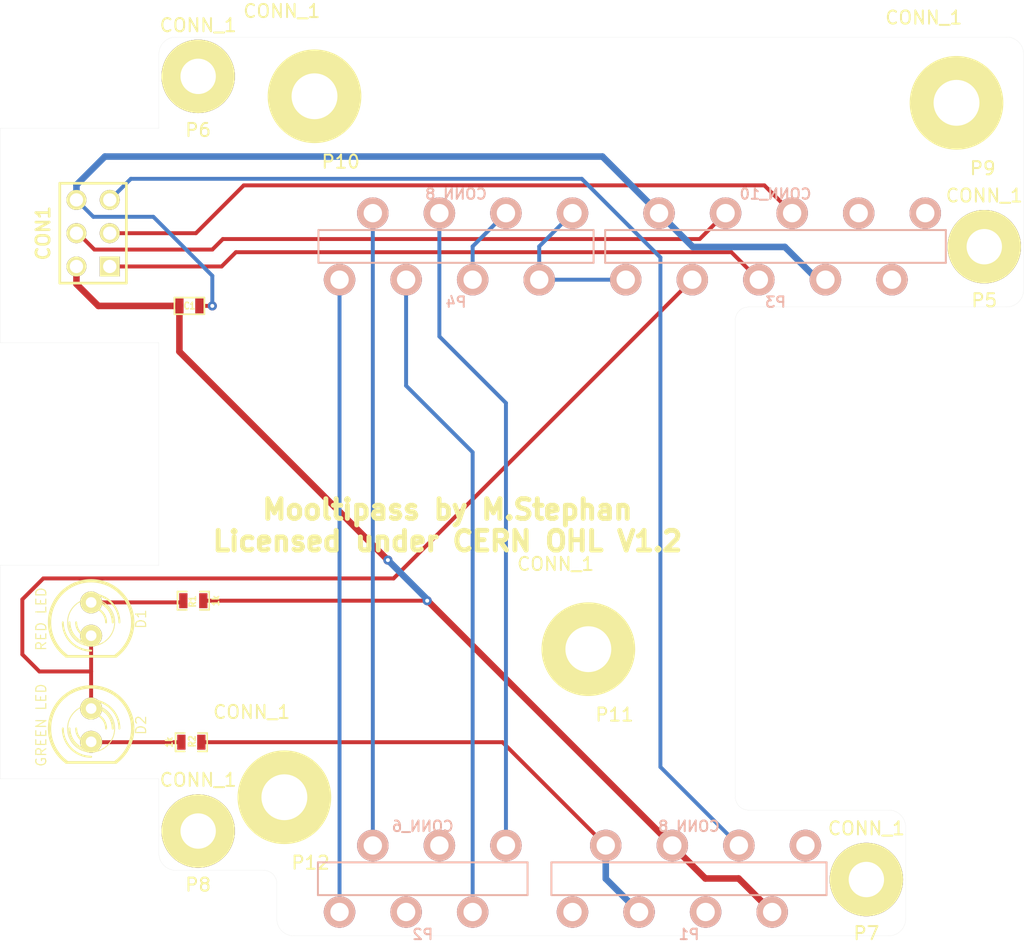
<source format=kicad_pcb>
(kicad_pcb (version 3) (host pcbnew "(2013-07-07 BZR 4022)-stable")

  (general
    (links 27)
    (no_connects 3)
    (area 94.994999 68.774998 173.125001 137.385)
    (thickness 1.6)
    (drawings 77)
    (tracks 77)
    (zones 0)
    (modules 18)
    (nets 16)
  )

  (page A4)
  (title_block 
    (title Mooltipass)
    (rev 1.0)
  )

  (layers
    (15 Top.Cu signal)
    (0 Bottom.Cu signal)
    (16 Dessous.Adhes user)
    (17 Dessus.Adhes user)
    (18 Dessous.Pate user)
    (19 Dessus.Pate user)
    (20 Dessous.SilkS user)
    (21 Dessus.SilkS user)
    (22 Dessous.Masque user)
    (23 Dessus.Masque user)
    (24 Dessin.User user)
    (25 Cmts.User user)
    (26 Eco1.User user)
    (27 Eco2.User user)
    (28 Contours.Ci user)
  )

  (setup
    (last_trace_width 0.19)
    (user_trace_width 0.2)
    (user_trace_width 0.3)
    (user_trace_width 0.4)
    (user_trace_width 0.5)
    (user_trace_width 0.7)
    (user_trace_width 1)
    (user_trace_width 2)
    (trace_clearance 0.19)
    (zone_clearance 0.22)
    (zone_45_only no)
    (trace_min 0.19)
    (segment_width 0.01)
    (edge_width 0.01)
    (via_size 0.7)
    (via_drill 0.3)
    (via_min_size 0.7)
    (via_min_drill 0.3)
    (uvia_size 0.508)
    (uvia_drill 0.127)
    (uvias_allowed no)
    (uvia_min_size 0.508)
    (uvia_min_drill 0.127)
    (pcb_text_width 0.3)
    (pcb_text_size 1.5 1.5)
    (mod_edge_width 0.15)
    (mod_text_size 0.8 0.8)
    (mod_text_width 0.15)
    (pad_size 2.4 2.4)
    (pad_drill 1.4)
    (pad_to_mask_clearance 0.15)
    (solder_mask_min_width 0.2)
    (aux_axis_origin 0 0)
    (visible_elements 7FFF7BFF)
    (pcbplotparams
      (layerselection 284196865)
      (usegerberextensions true)
      (excludeedgelayer false)
      (linewidth 0.150000)
      (plotframeref false)
      (viasonmask false)
      (mode 1)
      (useauxorigin false)
      (hpglpennumber 1)
      (hpglpenspeed 20)
      (hpglpendiameter 15)
      (hpglpenoverlay 2)
      (psnegative false)
      (psa4output false)
      (plotreference true)
      (plotvalue false)
      (plotothertext false)
      (plotinvisibletext false)
      (padsonsilk false)
      (subtractmaskfromsilk false)
      (outputformat 1)
      (mirror false)
      (drillshape 0)
      (scaleselection 1)
      (outputdirectory gerbers/))
  )

  (net 0 "")
  (net 1 +5V)
  (net 2 /I2C_SCL)
  (net 3 /I2C_SDA)
  (net 4 /PB4)
  (net 5 /PB6)
  (net 6 /PC6)
  (net 7 /PD2)
  (net 8 /PD3)
  (net 9 /SPI_MISO)
  (net 10 /SPI_MOSI)
  (net 11 /SPI_SCK)
  (net 12 /nRESET)
  (net 13 GND)
  (net 14 N-000002)
  (net 15 N-000003)

  (net_class Default "This is the default net class."
    (clearance 0.19)
    (trace_width 0.19)
    (via_dia 0.7)
    (via_drill 0.3)
    (uvia_dia 0.508)
    (uvia_drill 0.127)
    (add_net "")
    (add_net +5V)
    (add_net /I2C_SCL)
    (add_net /I2C_SDA)
    (add_net /PB4)
    (add_net /PB6)
    (add_net /PC6)
    (add_net /PD2)
    (add_net /PD3)
    (add_net /SPI_MISO)
    (add_net /SPI_MOSI)
    (add_net /SPI_SCK)
    (add_net /nRESET)
    (add_net GND)
    (add_net N-000002)
    (add_net N-000003)
  )

  (module HOLE_FIX_M2.5_SMALL (layer Top.Cu) (tedit 54E09A14) (tstamp 5301CFE6)
    (at 110.12 129.38)
    (path /54F1F631)
    (fp_text reference P8 (at 0 4.1) (layer Dessus.SilkS)
      (effects (font (size 1 1) (thickness 0.15)))
    )
    (fp_text value CONN_1 (at 0 -3.9) (layer Dessus.SilkS)
      (effects (font (size 1 1) (thickness 0.15)))
    )
    (fp_circle (center 0 0) (end 2.5 0) (layer Dessus.SilkS) (width 0.15))
    (pad 1 thru_hole circle (at 0 0) (size 5.6 5.6) (drill 2.7)
      (layers *.Cu *.Mask Dessus.SilkS)
    )
  )

  (module HOLE_FIX_M2.5_SMALL (layer Top.Cu) (tedit 54E09A14) (tstamp 5301E3D6)
    (at 161.12 133.08)
    (path /54F1F62B)
    (fp_text reference P7 (at 0 4.1) (layer Dessus.SilkS)
      (effects (font (size 1 1) (thickness 0.15)))
    )
    (fp_text value CONN_1 (at 0 -3.9) (layer Dessus.SilkS)
      (effects (font (size 1 1) (thickness 0.15)))
    )
    (fp_circle (center 0 0) (end 2.5 0) (layer Dessus.SilkS) (width 0.15))
    (pad 1 thru_hole circle (at 0 0) (size 5.6 5.6) (drill 2.7)
      (layers *.Cu *.Mask Dessus.SilkS)
    )
  )

  (module HOLE_FIX_M2.5_SMALL   locked (layer Top.Cu) (tedit 54E09A14) (tstamp 5301CFDA)
    (at 110.12 71.78)
    (path /54F1F61E)
    (fp_text reference P6 (at 0 4.1) (layer Dessus.SilkS)
      (effects (font (size 1 1) (thickness 0.15)))
    )
    (fp_text value CONN_1 (at 0 -3.9) (layer Dessus.SilkS)
      (effects (font (size 1 1) (thickness 0.15)))
    )
    (fp_circle (center 0 0) (end 2.5 0) (layer Dessus.SilkS) (width 0.15))
    (pad 1 thru_hole circle (at 0 0) (size 5.6 5.6) (drill 2.7)
      (layers *.Cu *.Mask Dessus.SilkS)
    )
  )

  (module HOLE_FIX_M2.5_SMALL   locked (layer Top.Cu) (tedit 54E09A14) (tstamp 5301CFD4)
    (at 170.12 84.78)
    (path /54F1F637)
    (fp_text reference P5 (at 0 4.1) (layer Dessus.SilkS)
      (effects (font (size 1 1) (thickness 0.15)))
    )
    (fp_text value CONN_1 (at 0 -3.9) (layer Dessus.SilkS)
      (effects (font (size 1 1) (thickness 0.15)))
    )
    (fp_circle (center 0 0) (end 2.5 0) (layer Dessus.SilkS) (width 0.15))
    (pad 1 thru_hole circle (at 0 0) (size 5.6 5.6) (drill 2.7)
      (layers *.Cu *.Mask Dessus.SilkS)
    )
  )

  (module SM0603_Resistor (layer Top.Cu) (tedit 5051B21B) (tstamp 530133CA)
    (at 109.75 111.8 180)
    (path /54F1EABD)
    (attr smd)
    (fp_text reference R1 (at 0.0635 -0.0635 270) (layer Dessus.SilkS)
      (effects (font (size 0.50038 0.4572) (thickness 0.1143)))
    )
    (fp_text value 1k (at -1.69926 0 270) (layer Dessus.SilkS)
      (effects (font (size 0.508 0.4572) (thickness 0.1143)))
    )
    (fp_line (start -0.50038 -0.6985) (end -1.2065 -0.6985) (layer Dessus.SilkS) (width 0.127))
    (fp_line (start -1.2065 -0.6985) (end -1.2065 0.6985) (layer Dessus.SilkS) (width 0.127))
    (fp_line (start -1.2065 0.6985) (end -0.50038 0.6985) (layer Dessus.SilkS) (width 0.127))
    (fp_line (start 1.2065 -0.6985) (end 0.50038 -0.6985) (layer Dessus.SilkS) (width 0.127))
    (fp_line (start 1.2065 -0.6985) (end 1.2065 0.6985) (layer Dessus.SilkS) (width 0.127))
    (fp_line (start 1.2065 0.6985) (end 0.50038 0.6985) (layer Dessus.SilkS) (width 0.127))
    (pad 1 smd rect (at -0.762 0 180) (size 0.635 1.143)
      (layers Top.Cu Dessus.Pate Dessus.Masque)
      (net 1 +5V)
    )
    (pad 2 smd rect (at 0.762 0 180) (size 0.635 1.143)
      (layers Top.Cu Dessus.Pate Dessus.Masque)
      (net 14 N-000002)
    )
    (model smd\resistors\R0603.wrl
      (at (xyz 0 0 0.001))
      (scale (xyz 0.5 0.5 0.5))
      (rotate (xyz 0 0 0))
    )
  )

  (module SM0603_Resistor (layer Top.Cu) (tedit 5051B21B) (tstamp 52EAC9FD)
    (at 109.6 122.6)
    (path /54F1EB36)
    (attr smd)
    (fp_text reference R2 (at 0.0635 -0.0635 90) (layer Dessus.SilkS)
      (effects (font (size 0.50038 0.4572) (thickness 0.1143)))
    )
    (fp_text value 1k (at -1.69926 0 90) (layer Dessus.SilkS)
      (effects (font (size 0.508 0.4572) (thickness 0.1143)))
    )
    (fp_line (start -0.50038 -0.6985) (end -1.2065 -0.6985) (layer Dessus.SilkS) (width 0.127))
    (fp_line (start -1.2065 -0.6985) (end -1.2065 0.6985) (layer Dessus.SilkS) (width 0.127))
    (fp_line (start -1.2065 0.6985) (end -0.50038 0.6985) (layer Dessus.SilkS) (width 0.127))
    (fp_line (start 1.2065 -0.6985) (end 0.50038 -0.6985) (layer Dessus.SilkS) (width 0.127))
    (fp_line (start 1.2065 -0.6985) (end 1.2065 0.6985) (layer Dessus.SilkS) (width 0.127))
    (fp_line (start 1.2065 0.6985) (end 0.50038 0.6985) (layer Dessus.SilkS) (width 0.127))
    (pad 1 smd rect (at -0.762 0) (size 0.635 1.143)
      (layers Top.Cu Dessus.Pate Dessus.Masque)
      (net 15 N-000003)
    )
    (pad 2 smd rect (at 0.762 0) (size 0.635 1.143)
      (layers Top.Cu Dessus.Pate Dessus.Masque)
      (net 13 GND)
    )
    (model smd\resistors\R0603.wrl
      (at (xyz 0 0 0.001))
      (scale (xyz 0.5 0.5 0.5))
      (rotate (xyz 0 0 0))
    )
  )

  (module LED-5MM (layer Top.Cu) (tedit 50ADE86B) (tstamp 54F1EE42)
    (at 101.95 121.3 270)
    (descr "LED 5mm - Lead pitch 100mil (2,54mm)")
    (tags "LED led 5mm 5MM 100mil 2,54mm")
    (path /54F1EB1B)
    (fp_text reference D2 (at 0 -3.81 270) (layer Dessus.SilkS)
      (effects (font (size 0.762 0.762) (thickness 0.0889)))
    )
    (fp_text value "GREEN LED" (at 0 3.81 270) (layer Dessus.SilkS)
      (effects (font (size 0.762 0.762) (thickness 0.0889)))
    )
    (fp_line (start 2.8448 1.905) (end 2.8448 -1.905) (layer Dessus.SilkS) (width 0.2032))
    (fp_circle (center 0.254 0) (end -1.016 1.27) (layer Dessus.SilkS) (width 0.0762))
    (fp_arc (start 0.254 0) (end 2.794 1.905) (angle 286.2) (layer Dessus.SilkS) (width 0.254))
    (fp_arc (start 0.254 0) (end -0.889 0) (angle 90) (layer Dessus.SilkS) (width 0.1524))
    (fp_arc (start 0.254 0) (end 1.397 0) (angle 90) (layer Dessus.SilkS) (width 0.1524))
    (fp_arc (start 0.254 0) (end -1.397 0) (angle 90) (layer Dessus.SilkS) (width 0.1524))
    (fp_arc (start 0.254 0) (end 1.905 0) (angle 90) (layer Dessus.SilkS) (width 0.1524))
    (fp_arc (start 0.254 0) (end -1.905 0) (angle 90) (layer Dessus.SilkS) (width 0.1524))
    (fp_arc (start 0.254 0) (end 2.413 0) (angle 90) (layer Dessus.SilkS) (width 0.1524))
    (pad 1 thru_hole circle (at -1.27 0 270) (size 1.6764 1.6764) (drill 0.8128)
      (layers *.Cu *.Mask Dessus.SilkS)
      (net 5 /PB6)
    )
    (pad 2 thru_hole circle (at 1.27 0 270) (size 1.6764 1.6764) (drill 0.8128)
      (layers *.Cu *.Mask Dessus.SilkS)
      (net 15 N-000003)
    )
    (model discret/leds/led5_vertical_verde.wrl
      (at (xyz 0 0 0))
      (scale (xyz 1 1 1))
      (rotate (xyz 0 0 0))
    )
  )

  (module LED-5MM (layer Top.Cu) (tedit 50ADE86B) (tstamp 52EAC945)
    (at 101.95 113.2 270)
    (descr "LED 5mm - Lead pitch 100mil (2,54mm)")
    (tags "LED led 5mm 5MM 100mil 2,54mm")
    (path /54F1EB0E)
    (fp_text reference D1 (at 0 -3.81 270) (layer Dessus.SilkS)
      (effects (font (size 0.762 0.762) (thickness 0.0889)))
    )
    (fp_text value "RED LED" (at 0 3.81 270) (layer Dessus.SilkS)
      (effects (font (size 0.762 0.762) (thickness 0.0889)))
    )
    (fp_line (start 2.8448 1.905) (end 2.8448 -1.905) (layer Dessus.SilkS) (width 0.2032))
    (fp_circle (center 0.254 0) (end -1.016 1.27) (layer Dessus.SilkS) (width 0.0762))
    (fp_arc (start 0.254 0) (end 2.794 1.905) (angle 286.2) (layer Dessus.SilkS) (width 0.254))
    (fp_arc (start 0.254 0) (end -0.889 0) (angle 90) (layer Dessus.SilkS) (width 0.1524))
    (fp_arc (start 0.254 0) (end 1.397 0) (angle 90) (layer Dessus.SilkS) (width 0.1524))
    (fp_arc (start 0.254 0) (end -1.397 0) (angle 90) (layer Dessus.SilkS) (width 0.1524))
    (fp_arc (start 0.254 0) (end 1.905 0) (angle 90) (layer Dessus.SilkS) (width 0.1524))
    (fp_arc (start 0.254 0) (end -1.905 0) (angle 90) (layer Dessus.SilkS) (width 0.1524))
    (fp_arc (start 0.254 0) (end 2.413 0) (angle 90) (layer Dessus.SilkS) (width 0.1524))
    (pad 1 thru_hole circle (at -1.27 0 270) (size 1.6764 1.6764) (drill 0.8128)
      (layers *.Cu *.Mask Dessus.SilkS)
      (net 14 N-000002)
    )
    (pad 2 thru_hole circle (at 1.27 0 270) (size 1.6764 1.6764) (drill 0.8128)
      (layers *.Cu *.Mask Dessus.SilkS)
      (net 5 /PB6)
    )
    (model discret/leds/led5_vertical_verde.wrl
      (at (xyz 0 0 0))
      (scale (xyz 1 1 1))
      (rotate (xyz 0 0 0))
    )
  )

  (module SM0603 (layer Top.Cu) (tedit 4E43A3D1) (tstamp 52EAC9A9)
    (at 109.45 89.3)
    (path /54F1F4BD)
    (attr smd)
    (fp_text reference C1 (at 0 0) (layer Dessus.SilkS)
      (effects (font (size 0.508 0.4572) (thickness 0.1143)))
    )
    (fp_text value 100nF (at 0 0) (layer Dessus.SilkS) hide
      (effects (font (size 0.508 0.4572) (thickness 0.1143)))
    )
    (fp_line (start -1.143 -0.635) (end 1.143 -0.635) (layer Dessus.SilkS) (width 0.127))
    (fp_line (start 1.143 -0.635) (end 1.143 0.635) (layer Dessus.SilkS) (width 0.127))
    (fp_line (start 1.143 0.635) (end -1.143 0.635) (layer Dessus.SilkS) (width 0.127))
    (fp_line (start -1.143 0.635) (end -1.143 -0.635) (layer Dessus.SilkS) (width 0.127))
    (pad 1 smd rect (at -0.762 0) (size 0.635 1.143)
      (layers Top.Cu Dessus.Pate Dessus.Masque)
      (net 1 +5V)
    )
    (pad 2 smd rect (at 0.762 0) (size 0.635 1.143)
      (layers Top.Cu Dessus.Pate Dessus.Masque)
      (net 13 GND)
    )
    (model smd\resistors\R0603.wrl
      (at (xyz 0 0 0.001))
      (scale (xyz 0.5 0.5 0.5))
      (rotate (xyz 0 0 0))
    )
  )

  (module pin_array_3x2 (layer Top.Cu) (tedit 42931587) (tstamp 54F20EA7)
    (at 102.1 83.75 90)
    (descr "Double rangee de contacts 2 x 4 pins")
    (tags CONN)
    (path /54F1DFE0)
    (fp_text reference CON1 (at 0 -3.81 90) (layer Dessus.SilkS)
      (effects (font (size 1.016 1.016) (thickness 0.2032)))
    )
    (fp_text value AVR-ISP-6 (at 0 3.81 90) (layer Dessus.SilkS) hide
      (effects (font (size 1.016 1.016) (thickness 0.2032)))
    )
    (fp_line (start 3.81 2.54) (end -3.81 2.54) (layer Dessus.SilkS) (width 0.2032))
    (fp_line (start -3.81 -2.54) (end 3.81 -2.54) (layer Dessus.SilkS) (width 0.2032))
    (fp_line (start 3.81 -2.54) (end 3.81 2.54) (layer Dessus.SilkS) (width 0.2032))
    (fp_line (start -3.81 2.54) (end -3.81 -2.54) (layer Dessus.SilkS) (width 0.2032))
    (pad 1 thru_hole rect (at -2.54 1.27 90) (size 1.524 1.524) (drill 1.016)
      (layers *.Cu *.Mask Dessus.SilkS)
      (net 9 /SPI_MISO)
    )
    (pad 2 thru_hole circle (at -2.54 -1.27 90) (size 1.524 1.524) (drill 1.016)
      (layers *.Cu *.Mask Dessus.SilkS)
      (net 1 +5V)
    )
    (pad 3 thru_hole circle (at 0 1.27 90) (size 1.524 1.524) (drill 1.016)
      (layers *.Cu *.Mask Dessus.SilkS)
      (net 11 /SPI_SCK)
    )
    (pad 4 thru_hole circle (at 0 -1.27 90) (size 1.524 1.524) (drill 1.016)
      (layers *.Cu *.Mask Dessus.SilkS)
      (net 10 /SPI_MOSI)
    )
    (pad 5 thru_hole circle (at 2.54 1.27 90) (size 1.524 1.524) (drill 1.016)
      (layers *.Cu *.Mask Dessus.SilkS)
      (net 12 /nRESET)
    )
    (pad 6 thru_hole circle (at 2.54 -1.27 90) (size 1.524 1.524) (drill 1.016)
      (layers *.Cu *.Mask Dessus.SilkS)
      (net 13 GND)
    )
    (model pin_array/pins_array_3x2.wrl
      (at (xyz 0 0 0))
      (scale (xyz 1 1 1))
      (rotate (xyz 0 0 0))
    )
  )

  (module CON_8_THROUGH_POGO   locked (layer Bottom.Cu) (tedit 54F20169) (tstamp 52EACB44)
    (at 147.58 133.02 180)
    (path /53010982)
    (fp_text reference P1 (at 0 -4.25 180) (layer Dessous.SilkS)
      (effects (font (size 0.8 0.8) (thickness 0.15)) (justify mirror))
    )
    (fp_text value CONN_8 (at 0 4 180) (layer Dessous.SilkS)
      (effects (font (size 0.8 0.8) (thickness 0.15)) (justify mirror))
    )
    (fp_line (start -10.5 1.25) (end 10.5 1.25) (layer Dessous.SilkS) (width 0.15))
    (fp_line (start 10.5 1.25) (end 10.5 -1.25) (layer Dessous.SilkS) (width 0.15))
    (fp_line (start 10.5 -1.25) (end -10.5 -1.25) (layer Dessous.SilkS) (width 0.15))
    (fp_line (start -10.5 -1.25) (end -10.5 1.25) (layer Dessous.SilkS) (width 0.15))
    (pad 1 thru_hole circle (at -8.89 2.54 180) (size 2.4 2.4) (drill 1.4)
      (layers *.Cu *.Mask Dessous.SilkS)
    )
    (pad 2 thru_hole circle (at -6.35 -2.54 180) (size 2.4 2.4) (drill 1.4)
      (layers *.Cu *.Mask Dessous.SilkS)
      (net 1 +5V)
    )
    (pad 3 thru_hole circle (at -3.81 2.54 180) (size 2.4 2.4) (drill 1.4)
      (layers *.Cu *.Mask Dessous.SilkS)
      (net 12 /nRESET)
    )
    (pad 4 thru_hole circle (at -1.27 -2.54 180) (size 2.4 2.4) (drill 1.4)
      (layers *.Cu *.Mask Dessous.SilkS)
    )
    (pad 5 thru_hole circle (at 1.27 2.54 180) (size 2.4 2.4) (drill 1.4)
      (layers *.Cu *.Mask Dessous.SilkS)
      (net 1 +5V)
    )
    (pad 6 thru_hole circle (at 3.81 -2.54 180) (size 2.4 2.4) (drill 1.4)
      (layers *.Cu *.Mask Dessous.SilkS)
      (net 13 GND)
    )
    (pad 7 thru_hole circle (at 6.35 2.54 180) (size 2.4 2.4) (drill 1.4)
      (layers *.Cu *.Mask Dessous.SilkS)
      (net 13 GND)
    )
    (pad 8 thru_hole circle (at 8.89 -2.54 180) (size 2.4 2.4) (drill 1.4)
      (layers *.Cu *.Mask Dessous.SilkS)
    )
  )

  (module CON_10_THROUGH_POGO   locked (layer Bottom.Cu) (tedit 54F202AE) (tstamp 52EACF5F)
    (at 154.184 84.76 180)
    (path /53010939)
    (fp_text reference P3 (at 0 -4.25 180) (layer Dessous.SilkS)
      (effects (font (size 0.8 0.8) (thickness 0.15)) (justify mirror))
    )
    (fp_text value CONN_10 (at 0 4 180) (layer Dessous.SilkS)
      (effects (font (size 0.8 0.8) (thickness 0.15)) (justify mirror))
    )
    (fp_line (start -13 1.25) (end 13 1.25) (layer Dessous.SilkS) (width 0.15))
    (fp_line (start 13 1.25) (end 13 -1.25) (layer Dessous.SilkS) (width 0.15))
    (fp_line (start 13 -1.25) (end -13 -1.25) (layer Dessous.SilkS) (width 0.15))
    (fp_line (start -13 -1.25) (end -13 1.25) (layer Dessous.SilkS) (width 0.15))
    (pad 1 thru_hole circle (at -11.43 2.54 180) (size 2.4 2.4) (drill 1.4)
      (layers *.Cu *.Mask Dessous.SilkS)
      (net 2 /I2C_SCL)
    )
    (pad 2 thru_hole circle (at -8.89 -2.54 180) (size 2.4 2.4) (drill 1.4)
      (layers *.Cu *.Mask Dessous.SilkS)
      (net 3 /I2C_SDA)
    )
    (pad 3 thru_hole circle (at -6.35 2.54 180) (size 2.4 2.4) (drill 1.4)
      (layers *.Cu *.Mask Dessous.SilkS)
    )
    (pad 4 thru_hole circle (at -3.81 -2.54 180) (size 2.4 2.4) (drill 1.4)
      (layers *.Cu *.Mask Dessous.SilkS)
      (net 13 GND)
    )
    (pad 5 thru_hole circle (at -1.27 2.54 180) (size 2.4 2.4) (drill 1.4)
      (layers *.Cu *.Mask Dessous.SilkS)
      (net 11 /SPI_SCK)
    )
    (pad 6 thru_hole circle (at 1.27 -2.54 180) (size 2.4 2.4) (drill 1.4)
      (layers *.Cu *.Mask Dessous.SilkS)
      (net 9 /SPI_MISO)
    )
    (pad 7 thru_hole circle (at 3.81 2.54 180) (size 2.4 2.4) (drill 1.4)
      (layers *.Cu *.Mask Dessous.SilkS)
      (net 10 /SPI_MOSI)
    )
    (pad 8 thru_hole circle (at 6.35 -2.54 180) (size 2.4 2.4) (drill 1.4)
      (layers *.Cu *.Mask Dessous.SilkS)
      (net 5 /PB6)
    )
    (pad 10 thru_hole circle (at 11.43 -2.54 180) (size 2.4 2.4) (drill 1.4)
      (layers *.Cu *.Mask Dessous.SilkS)
      (net 4 /PB4)
    )
    (pad 9 thru_hole circle (at 8.89 2.54 180) (size 2.4 2.4) (drill 1.4)
      (layers *.Cu *.Mask Dessous.SilkS)
      (net 13 GND)
    )
  )

  (module CON_6_THROUGH_POGO   locked (layer Bottom.Cu) (tedit 54F200F4) (tstamp 52EACF59)
    (at 127.26 133.02 180)
    (path /53010957)
    (fp_text reference P2 (at 0 -4.25 180) (layer Dessous.SilkS)
      (effects (font (size 0.8 0.8) (thickness 0.15)) (justify mirror))
    )
    (fp_text value CONN_6 (at 0 4 180) (layer Dessous.SilkS)
      (effects (font (size 0.8 0.8) (thickness 0.15)) (justify mirror))
    )
    (fp_line (start -8 1.25) (end 8 1.25) (layer Dessous.SilkS) (width 0.15))
    (fp_line (start 8 1.25) (end 8 -1.25) (layer Dessous.SilkS) (width 0.15))
    (fp_line (start 8 -1.25) (end -8 -1.25) (layer Dessous.SilkS) (width 0.15))
    (fp_line (start -8 -1.25) (end -8 1.25) (layer Dessous.SilkS) (width 0.15))
    (pad 1 thru_hole circle (at -6.35 2.54 180) (size 2.4 2.4) (drill 1.4)
      (layers *.Cu *.Mask Dessous.SilkS)
      (net 2 /I2C_SCL)
    )
    (pad 2 thru_hole circle (at -3.81 -2.54 180) (size 2.4 2.4) (drill 1.4)
      (layers *.Cu *.Mask Dessous.SilkS)
      (net 3 /I2C_SDA)
    )
    (pad 3 thru_hole circle (at -1.27 2.54 180) (size 2.4 2.4) (drill 1.4)
      (layers *.Cu *.Mask Dessous.SilkS)
    )
    (pad 4 thru_hole circle (at 1.27 -2.54 180) (size 2.4 2.4) (drill 1.4)
      (layers *.Cu *.Mask Dessous.SilkS)
    )
    (pad 5 thru_hole circle (at 3.81 2.54 180) (size 2.4 2.4) (drill 1.4)
      (layers *.Cu *.Mask Dessous.SilkS)
      (net 8 /PD3)
    )
    (pad 6 thru_hole circle (at 6.35 -2.54 180) (size 2.4 2.4) (drill 1.4)
      (layers *.Cu *.Mask Dessous.SilkS)
      (net 7 /PD2)
    )
  )

  (module CON_8_THROUGH_POGO   locked (layer Bottom.Cu) (tedit 54F20169) (tstamp 52EACF65)
    (at 129.8 84.76 180)
    (path /53010948)
    (fp_text reference P4 (at 0 -4.25 180) (layer Dessous.SilkS)
      (effects (font (size 0.8 0.8) (thickness 0.15)) (justify mirror))
    )
    (fp_text value CONN_8 (at 0 4 180) (layer Dessous.SilkS)
      (effects (font (size 0.8 0.8) (thickness 0.15)) (justify mirror))
    )
    (fp_line (start -10.5 1.25) (end 10.5 1.25) (layer Dessous.SilkS) (width 0.15))
    (fp_line (start 10.5 1.25) (end 10.5 -1.25) (layer Dessous.SilkS) (width 0.15))
    (fp_line (start 10.5 -1.25) (end -10.5 -1.25) (layer Dessous.SilkS) (width 0.15))
    (fp_line (start -10.5 -1.25) (end -10.5 1.25) (layer Dessous.SilkS) (width 0.15))
    (pad 1 thru_hole circle (at -8.89 2.54 180) (size 2.4 2.4) (drill 1.4)
      (layers *.Cu *.Mask Dessous.SilkS)
      (net 4 /PB4)
    )
    (pad 2 thru_hole circle (at -6.35 -2.54 180) (size 2.4 2.4) (drill 1.4)
      (layers *.Cu *.Mask Dessous.SilkS)
      (net 4 /PB4)
    )
    (pad 3 thru_hole circle (at -3.81 2.54 180) (size 2.4 2.4) (drill 1.4)
      (layers *.Cu *.Mask Dessous.SilkS)
      (net 6 /PC6)
    )
    (pad 4 thru_hole circle (at -1.27 -2.54 180) (size 2.4 2.4) (drill 1.4)
      (layers *.Cu *.Mask Dessous.SilkS)
      (net 6 /PC6)
    )
    (pad 5 thru_hole circle (at 1.27 2.54 180) (size 2.4 2.4) (drill 1.4)
      (layers *.Cu *.Mask Dessous.SilkS)
      (net 2 /I2C_SCL)
    )
    (pad 6 thru_hole circle (at 3.81 -2.54 180) (size 2.4 2.4) (drill 1.4)
      (layers *.Cu *.Mask Dessous.SilkS)
      (net 3 /I2C_SDA)
    )
    (pad 7 thru_hole circle (at 6.35 2.54 180) (size 2.4 2.4) (drill 1.4)
      (layers *.Cu *.Mask Dessous.SilkS)
      (net 8 /PD3)
    )
    (pad 8 thru_hole circle (at 8.89 -2.54 180) (size 2.4 2.4) (drill 1.4)
      (layers *.Cu *.Mask Dessous.SilkS)
      (net 7 /PD2)
    )
  )

  (module HOLE_FIX_M3 (layer Top.Cu) (tedit 51CC7F1A) (tstamp 54F218A6)
    (at 168 73.8)
    (path /54F21912)
    (fp_text reference P9 (at 2 5) (layer Dessus.SilkS)
      (effects (font (size 1 1) (thickness 0.15)))
    )
    (fp_text value CONN_1 (at -2.5 -6.5) (layer Dessus.SilkS)
      (effects (font (size 1 1) (thickness 0.15)))
    )
    (fp_circle (center 0 0) (end 3.5 0) (layer Dessus.SilkS) (width 0.15))
    (pad 1 thru_hole circle (at 0 0) (size 7 7) (drill 3.5)
      (layers *.Cu *.Mask Dessus.SilkS)
    )
  )

  (module HOLE_FIX_M3 (layer Top.Cu) (tedit 51CC7F1A) (tstamp 54F218AC)
    (at 119 73.3)
    (path /54F21918)
    (fp_text reference P10 (at 2 5) (layer Dessus.SilkS)
      (effects (font (size 1 1) (thickness 0.15)))
    )
    (fp_text value CONN_1 (at -2.5 -6.5) (layer Dessus.SilkS)
      (effects (font (size 1 1) (thickness 0.15)))
    )
    (fp_circle (center 0 0) (end 3.5 0) (layer Dessus.SilkS) (width 0.15))
    (pad 1 thru_hole circle (at 0 0) (size 7 7) (drill 3.5)
      (layers *.Cu *.Mask Dessus.SilkS)
    )
  )

  (module HOLE_FIX_M3 (layer Top.Cu) (tedit 51CC7F1A) (tstamp 54F218B2)
    (at 139.9 115.5)
    (path /54F2191E)
    (fp_text reference P11 (at 2 5) (layer Dessus.SilkS)
      (effects (font (size 1 1) (thickness 0.15)))
    )
    (fp_text value CONN_1 (at -2.5 -6.5) (layer Dessus.SilkS)
      (effects (font (size 1 1) (thickness 0.15)))
    )
    (fp_circle (center 0 0) (end 3.5 0) (layer Dessus.SilkS) (width 0.15))
    (pad 1 thru_hole circle (at 0 0) (size 7 7) (drill 3.5)
      (layers *.Cu *.Mask Dessus.SilkS)
    )
  )

  (module HOLE_FIX_M3 (layer Top.Cu) (tedit 51CC7F1A) (tstamp 54F218B8)
    (at 116.7 126.8)
    (path /54F21924)
    (fp_text reference P12 (at 2 5) (layer Dessus.SilkS)
      (effects (font (size 1 1) (thickness 0.15)))
    )
    (fp_text value CONN_1 (at -2.5 -6.5) (layer Dessus.SilkS)
      (effects (font (size 1 1) (thickness 0.15)))
    )
    (fp_circle (center 0 0) (end 3.5 0) (layer Dessus.SilkS) (width 0.15))
    (pad 1 thru_hole circle (at 0 0) (size 7 7) (drill 3.5)
      (layers *.Cu *.Mask Dessus.SilkS)
    )
  )

  (gr_line (start 107.1 125.4) (end 104.05 125.4) (angle 90) (layer Eco1.User) (width 0.01))
  (gr_line (start 107.15 75.75) (end 102.1 75.75) (angle 90) (layer Eco1.User) (width 0.01))
  (gr_text "Mooltipass by M.Stephan\nLicensed under CERN OHL V1.2" (at 129.15 106.05) (layer Dessus.SilkS)
    (effects (font (size 1.5 1.5) (thickness 0.375)))
  )
  (gr_line (start 107.12 131.08) (end 107.12 125.4) (angle 90) (layer Contours.Ci) (width 0.01))
  (gr_line (start 107.12 125.4) (end 95 125.4) (layer Contours.Ci) (width 0.01))
  (gr_line (start 95 125.4) (end 95 109.1) (angle 90) (layer Contours.Ci) (width 0.01))
  (gr_line (start 95 109.1) (end 107.12 109.1) (layer Contours.Ci) (width 0.01))
  (gr_line (start 107.12 109.1) (end 107.12 92.1) (angle 90) (layer Contours.Ci) (width 0.01))
  (gr_line (start 107.12 92.1) (end 95 92.1) (layer Contours.Ci) (width 0.01))
  (gr_line (start 95 92.1) (end 95 75.75) (angle 90) (layer Contours.Ci) (width 0.01))
  (gr_line (start 95 75.75) (end 107.12 75.75) (layer Contours.Ci) (width 0.01))
  (gr_line (start 107.12 75.75) (end 107.12 70.08) (layer Contours.Ci) (width 0.01))
  (gr_arc (start 108.419999 70.08) (end 108.419999 68.780001) (angle -90) (layer Contours.Ci) (width 0.01) (tstamp 5300D684))
  (gr_line (start 118.62 68.78) (end 118.62 69.58) (angle 90) (layer Cmts.User) (width 0.01))
  (gr_line (start 112.919999 73.08) (end 112.919999 71.08) (angle 90) (layer Cmts.User) (width 0.01))
  (gr_line (start 109.419999 74.58) (end 111.419999 74.58) (angle 90) (layer Cmts.User) (width 0.01))
  (gr_line (start 107.919999 125.08) (end 107.919999 76.08) (angle 90) (layer Cmts.User) (width 0.01))
  (gr_line (start 111.419999 126.58) (end 109.419999 126.58) (angle 90) (layer Cmts.User) (width 0.01))
  (gr_line (start 112.919999 130.08) (end 112.919999 128.08) (angle 90) (layer Cmts.User) (width 0.01))
  (gr_line (start 115.419999 131.58) (end 114.419999 131.58) (angle 90) (layer Cmts.User) (width 0.01))
  (gr_line (start 116.919999 135.08) (end 116.919999 133.08) (angle 90) (layer Cmts.User) (width 0.01))
  (gr_line (start 157.32 136.58) (end 118.419999 136.58) (angle 90) (layer Cmts.User) (width 0.01))
  (gr_line (start 158.82 130.08) (end 158.82 135.08) (angle 90) (layer Cmts.User) (width 0.01))
  (gr_line (start 151.62 128.58) (end 157.32 128.58) (angle 90) (layer Cmts.User) (width 0.01))
  (gr_line (start 150.12 90.08) (end 150.12 127.08) (angle 90) (layer Cmts.User) (width 0.01))
  (gr_line (start 166.320001 88.58) (end 151.62 88.58) (angle 90) (layer Cmts.User) (width 0.01))
  (gr_line (start 167.820001 74.004711) (end 167.820001 87.08) (angle 90) (layer Cmts.User) (width 0.01))
  (gr_line (start 173.12 71.435) (end 168.931771 72.555822) (angle 90) (layer Cmts.User) (width 0.01))
  (gr_line (start 114.419999 69.58) (end 118.62 69.58) (angle 90) (layer Cmts.User) (width 0.01))
  (gr_line (start 136.97 131.521601) (end 136.97 134.521601) (angle 90) (layer Cmts.User) (width 0.01))
  (gr_line (start 136.97 134.521601) (end 158.19 134.521601) (angle 90) (layer Cmts.User) (width 0.01))
  (gr_line (start 158.19 134.521601) (end 158.19 131.521601) (angle 90) (layer Cmts.User) (width 0.01))
  (gr_line (start 158.19 131.521601) (end 136.97 131.521601) (angle 90) (layer Cmts.User) (width 0.01))
  (gr_line (start 119.19 83.261601) (end 119.19 86.2616) (angle 90) (layer Cmts.User) (width 0.01))
  (gr_line (start 119.19 86.2616) (end 140.41 86.2616) (angle 90) (layer Cmts.User) (width 0.01))
  (gr_line (start 140.41 86.2616) (end 140.41 83.261601) (angle 90) (layer Cmts.User) (width 0.01))
  (gr_line (start 140.41 83.261601) (end 119.19 83.261601) (angle 90) (layer Cmts.User) (width 0.01))
  (gr_line (start 167.334001 86.2616) (end 167.334001 83.261601) (angle 90) (layer Cmts.User) (width 0.01))
  (gr_line (start 167.334001 83.261601) (end 141.034 83.261601) (angle 90) (layer Cmts.User) (width 0.01))
  (gr_line (start 141.034 83.261601) (end 141.034 86.2616) (angle 90) (layer Cmts.User) (width 0.01))
  (gr_line (start 141.034 86.2616) (end 167.334001 86.2616) (angle 90) (layer Cmts.User) (width 0.01))
  (gr_line (start 119.19 134.521601) (end 135.33 134.521601) (angle 90) (layer Cmts.User) (width 0.01))
  (gr_line (start 135.33 134.521601) (end 135.33 131.521601) (angle 90) (layer Cmts.User) (width 0.01))
  (gr_line (start 135.33 131.521601) (end 119.19 131.521601) (angle 90) (layer Cmts.User) (width 0.01))
  (gr_line (start 119.19 131.521601) (end 119.19 134.521601) (angle 90) (layer Cmts.User) (width 0.01))
  (gr_arc (start 111.419997 73.080001) (end 111.419999 74.58) (angle -89.9) (layer Cmts.User) (width 0.01))
  (gr_arc (start 109.420002 76.079999) (end 109.419999 74.58) (angle -89.9) (layer Cmts.User) (width 0.01))
  (gr_arc (start 109.419998 125.079999) (end 107.919999 125.08) (angle -89.9) (layer Cmts.User) (width 0.01))
  (gr_arc (start 111.42 128.080001) (end 112.919999 128.08) (angle -89.9) (layer Cmts.User) (width 0.01))
  (gr_arc (start 114.419998 130.079999) (end 112.919999 130.08) (angle -89.9) (layer Cmts.User) (width 0.01))
  (gr_arc (start 115.42 133.080001) (end 116.919999 133.08) (angle -89.9) (layer Cmts.User) (width 0.01))
  (gr_arc (start 118.419998 135.079997) (end 116.919999 135.08) (angle -89.9) (layer Cmts.User) (width 0.01))
  (gr_arc (start 157.319999 135.080001) (end 157.32 136.58) (angle -89.9) (layer Cmts.User) (width 0.01))
  (gr_arc (start 157.320001 130.079999) (end 158.82 130.08) (angle -90) (layer Cmts.User) (width 0.01))
  (gr_arc (start 151.619999 127.080001) (end 150.12 127.08) (angle -90) (layer Cmts.User) (width 0.01))
  (gr_arc (start 151.62 90.080001) (end 151.62 88.58) (angle -89.9) (layer Cmts.User) (width 0.01))
  (gr_arc (start 166.320002 87.080001) (end 166.320001 88.58) (angle -90) (layer Cmts.User) (width 0.01))
  (gr_arc (start 169.320002 74.004712) (end 168.931771 72.555822) (angle -74.9) (layer Cmts.User) (width 0.01))
  (gr_arc (start 114.420002 71.079999) (end 114.419999 69.58) (angle -89.9) (layer Cmts.User) (width 0.01))
  (gr_line (start 116.12 133.379999) (end 116.12 136.08) (angle 90) (layer Contours.Ci) (width 0.01))
  (gr_line (start 108.419999 132.379999) (end 115.12 132.379999) (angle 90) (layer Contours.Ci) (width 0.01))
  (gr_line (start 171.820001 68.780001) (end 108.419999 68.780001) (angle 90) (layer Contours.Ci) (width 0.01))
  (gr_line (start 173.12 88.08) (end 173.12 70.08) (angle 90) (layer Contours.Ci) (width 0.01))
  (gr_line (start 152.12 89.38) (end 171.820001 89.38) (angle 90) (layer Contours.Ci) (width 0.01))
  (gr_line (start 151.12 126.780001) (end 151.12 90.38) (angle 90) (layer Contours.Ci) (width 0.01))
  (gr_line (start 162.82 127.780001) (end 152.12 127.780001) (angle 90) (layer Contours.Ci) (width 0.01))
  (gr_line (start 164.12 136.08) (end 164.12 129.08) (angle 90) (layer Contours.Ci) (width 0.01))
  (gr_line (start 117.419999 137.379999) (end 162.82 137.379999) (angle 90) (layer Contours.Ci) (width 0.01))
  (gr_arc (start 115.120001 133.379998) (end 116.12 133.379999) (angle -90) (layer Contours.Ci) (width 0.01))
  (gr_arc (start 108.419999 131.08) (end 107.12 131.08) (angle -90) (layer Contours.Ci) (width 0.01))
  (gr_arc (start 171.819999 70.08) (end 173.12 70.08) (angle -90) (layer Contours.Ci) (width 0.01))
  (gr_arc (start 171.819999 88.080001) (end 171.820001 89.38) (angle -89.9) (layer Contours.Ci) (width 0.01))
  (gr_arc (start 152.120005 90.379995) (end 152.12 89.38) (angle -89.9) (layer Contours.Ci) (width 0.01))
  (gr_arc (start 152.119994 126.779996) (end 151.12 126.780001) (angle -89.9) (layer Contours.Ci) (width 0.01))
  (gr_arc (start 162.82 129.080002) (end 164.12 129.08) (angle -89.9) (layer Contours.Ci) (width 0.01))
  (gr_arc (start 162.819999 136.08) (end 162.82 137.379999) (angle -89.9) (layer Contours.Ci) (width 0.01))
  (gr_arc (start 117.419999 136.079996) (end 116.12 136.08) (angle -89.9) (layer Contours.Ci) (width 0.01))

  (segment (start 153.93 135.56) (end 151.37 133) (width 0.5) (layer Top.Cu) (net 1))
  (segment (start 148.83 133) (end 146.31 130.48) (width 0.5) (layer Top.Cu) (net 1) (tstamp 54F212DF))
  (segment (start 151.37 133) (end 148.83 133) (width 0.5) (layer Top.Cu) (net 1) (tstamp 54F212D7))
  (segment (start 108.688 89.3) (end 108.688 92.788) (width 0.5) (layer Top.Cu) (net 1))
  (segment (start 127.6 111.8) (end 127.63 111.8) (width 0.3) (layer Top.Cu) (net 1) (tstamp 54F21253))
  (via (at 127.6 111.8) (size 0.7) (layers Top.Cu Bottom.Cu) (net 1))
  (segment (start 127.6 111.7) (end 127.6 111.8) (width 0.3) (layer Bottom.Cu) (net 1) (tstamp 54F21251))
  (segment (start 124.6 108.7) (end 127.6 111.7) (width 0.5) (layer Bottom.Cu) (net 1) (tstamp 54F21250))
  (via (at 124.6 108.7) (size 0.7) (layers Top.Cu Bottom.Cu) (net 1))
  (segment (start 108.688 92.788) (end 124.6 108.7) (width 0.5) (layer Top.Cu) (net 1) (tstamp 54F21233))
  (segment (start 108.688 89.3) (end 102.5 89.3) (width 0.5) (layer Top.Cu) (net 1))
  (segment (start 100.83 87.63) (end 100.83 86.29) (width 0.5) (layer Top.Cu) (net 1) (tstamp 54F21164))
  (segment (start 102.5 89.3) (end 100.83 87.63) (width 0.5) (layer Top.Cu) (net 1) (tstamp 54F21160))
  (segment (start 110.512 111.8) (end 127.63 111.8) (width 0.3) (layer Top.Cu) (net 1))
  (segment (start 127.63 111.8) (end 146.31 130.48) (width 0.5) (layer Top.Cu) (net 1) (tstamp 54F20F3C))
  (segment (start 133.61 130.48) (end 133.61 96.71) (width 0.3) (layer Bottom.Cu) (net 2))
  (segment (start 128.53 91.63) (end 128.53 82.22) (width 0.3) (layer Bottom.Cu) (net 2) (tstamp 54F20EDE))
  (segment (start 133.61 96.71) (end 128.53 91.63) (width 0.3) (layer Bottom.Cu) (net 2) (tstamp 54F20EDC))
  (segment (start 131.07 135.56) (end 131.07 100.47) (width 0.3) (layer Bottom.Cu) (net 3))
  (segment (start 125.99 95.39) (end 125.99 87.3) (width 0.3) (layer Bottom.Cu) (net 3) (tstamp 54F20ED8))
  (segment (start 131.07 100.47) (end 125.99 95.39) (width 0.3) (layer Bottom.Cu) (net 3) (tstamp 54F20ED3))
  (segment (start 142.754 87.3) (end 136.15 87.3) (width 0.3) (layer Bottom.Cu) (net 4))
  (segment (start 136.15 87.3) (end 136.15 84.76) (width 0.3) (layer Bottom.Cu) (net 4))
  (segment (start 136.15 84.76) (end 138.69 82.22) (width 0.3) (layer Bottom.Cu) (net 4) (tstamp 54F20EF9))
  (segment (start 101.95 117.2) (end 98 117.2) (width 0.3) (layer Top.Cu) (net 5))
  (segment (start 125.034 110.1) (end 147.834 87.3) (width 0.3) (layer Top.Cu) (net 5) (tstamp 54F20FDF))
  (segment (start 98.3 110.1) (end 125.034 110.1) (width 0.3) (layer Top.Cu) (net 5) (tstamp 54F20FDD))
  (segment (start 96.7 111.7) (end 98.3 110.1) (width 0.3) (layer Top.Cu) (net 5) (tstamp 54F20FDB))
  (segment (start 96.7 115.9) (end 96.7 111.7) (width 0.3) (layer Top.Cu) (net 5) (tstamp 54F20FD9))
  (segment (start 98 117.2) (end 96.7 115.9) (width 0.3) (layer Top.Cu) (net 5) (tstamp 54F20FD6))
  (segment (start 101.95 114.47) (end 101.95 117.2) (width 0.3) (layer Top.Cu) (net 5))
  (segment (start 101.95 117.2) (end 101.95 120.03) (width 0.3) (layer Top.Cu) (net 5) (tstamp 54F20FD4))
  (segment (start 131.07 87.3) (end 131.07 84.76) (width 0.3) (layer Bottom.Cu) (net 6))
  (segment (start 131.07 84.76) (end 133.61 82.22) (width 0.3) (layer Bottom.Cu) (net 6) (tstamp 54F20EF5))
  (segment (start 120.91 135.56) (end 120.91 87.3) (width 0.3) (layer Bottom.Cu) (net 7))
  (segment (start 123.45 130.48) (end 123.45 82.22) (width 0.3) (layer Bottom.Cu) (net 8))
  (segment (start 103.37 86.29) (end 111.91 86.29) (width 0.3) (layer Top.Cu) (net 9))
  (segment (start 150.814 85.2) (end 152.914 87.3) (width 0.3) (layer Top.Cu) (net 9) (tstamp 54F20F8F))
  (segment (start 113 85.2) (end 150.814 85.2) (width 0.3) (layer Top.Cu) (net 9) (tstamp 54F20F8C))
  (segment (start 111.91 86.29) (end 113 85.2) (width 0.3) (layer Top.Cu) (net 9) (tstamp 54F20F8B))
  (segment (start 148.397 84.197) (end 112.003 84.197) (width 0.3) (layer Top.Cu) (net 10))
  (segment (start 112.003 84.197) (end 111.2 85) (width 0.3) (layer Top.Cu) (net 10) (tstamp 54F20F82))
  (segment (start 100.83 83.75) (end 100.95 83.75) (width 0.3) (layer Top.Cu) (net 10))
  (segment (start 102.2 85) (end 111.2 85) (width 0.3) (layer Top.Cu) (net 10) (tstamp 54F20F5E))
  (segment (start 100.95 83.75) (end 102.2 85) (width 0.3) (layer Top.Cu) (net 10) (tstamp 54F20F5A))
  (segment (start 148.397 84.197) (end 150.374 82.22) (width 0.3) (layer Top.Cu) (net 10) (tstamp 54F20F80))
  (segment (start 103.37 83.75) (end 109.95 83.75) (width 0.3) (layer Top.Cu) (net 11))
  (segment (start 153.334 80.1) (end 155.454 82.22) (width 0.3) (layer Top.Cu) (net 11) (tstamp 54F20F56))
  (segment (start 113.6 80.1) (end 153.334 80.1) (width 0.3) (layer Top.Cu) (net 11) (tstamp 54F20F54))
  (segment (start 109.95 83.75) (end 113.6 80.1) (width 0.3) (layer Top.Cu) (net 11) (tstamp 54F20F4F))
  (segment (start 103.37 81.21) (end 104.98 79.6) (width 0.3) (layer Bottom.Cu) (net 12))
  (segment (start 145.4 124.49) (end 151.39 130.48) (width 0.3) (layer Bottom.Cu) (net 12) (tstamp 54F21195))
  (segment (start 145.4 85.6) (end 145.4 124.49) (width 0.3) (layer Bottom.Cu) (net 12) (tstamp 54F21191))
  (segment (start 139.4 79.6) (end 145.4 85.6) (width 0.3) (layer Bottom.Cu) (net 12) (tstamp 54F2118E))
  (segment (start 104.98 79.6) (end 139.4 79.6) (width 0.3) (layer Bottom.Cu) (net 12) (tstamp 54F21180))
  (segment (start 143.77 135.56) (end 141.23 133.02) (width 0.5) (layer Bottom.Cu) (net 13))
  (segment (start 141.23 133.02) (end 141.23 130.48) (width 0.5) (layer Bottom.Cu) (net 13) (tstamp 54F21309))
  (segment (start 111.2 89.3) (end 111.2 87) (width 0.3) (layer Bottom.Cu) (net 13))
  (via (at 111.2 89.3) (size 0.7) (layers Top.Cu Bottom.Cu) (net 13))
  (segment (start 110.212 89.3) (end 111.2 89.3) (width 0.3) (layer Top.Cu) (net 13))
  (segment (start 102.12 82.5) (end 100.83 81.21) (width 0.3) (layer Bottom.Cu) (net 13) (tstamp 54F211AF))
  (segment (start 106.7 82.5) (end 102.12 82.5) (width 0.3) (layer Bottom.Cu) (net 13) (tstamp 54F211AC))
  (segment (start 111.2 87) (end 106.7 82.5) (width 0.3) (layer Bottom.Cu) (net 13) (tstamp 54F211A8))
  (segment (start 157.994 87.3) (end 157.4 87.3) (width 0.5) (layer Bottom.Cu) (net 13))
  (segment (start 147.874 84.8) (end 145.294 82.22) (width 0.5) (layer Bottom.Cu) (net 13) (tstamp 54F2113E))
  (segment (start 154.9 84.8) (end 147.874 84.8) (width 0.5) (layer Bottom.Cu) (net 13) (tstamp 54F2113B))
  (segment (start 157.4 87.3) (end 154.9 84.8) (width 0.5) (layer Bottom.Cu) (net 13) (tstamp 54F21138))
  (segment (start 100.83 81.21) (end 100.83 80.07) (width 0.5) (layer Bottom.Cu) (net 13))
  (segment (start 140.974 77.9) (end 145.294 82.22) (width 0.5) (layer Bottom.Cu) (net 13) (tstamp 54F21134))
  (segment (start 103 77.9) (end 140.974 77.9) (width 0.5) (layer Bottom.Cu) (net 13) (tstamp 54F21130))
  (segment (start 100.83 80.07) (end 103 77.9) (width 0.5) (layer Bottom.Cu) (net 13) (tstamp 54F21129))
  (segment (start 110.362 122.6) (end 133.35 122.6) (width 0.3) (layer Top.Cu) (net 13))
  (segment (start 133.35 122.6) (end 141.23 130.48) (width 0.3) (layer Top.Cu) (net 13) (tstamp 54F20F21))
  (segment (start 101.95 111.93) (end 108.858 111.93) (width 0.3) (layer Top.Cu) (net 14))
  (segment (start 108.858 111.93) (end 108.988 111.8) (width 0.3) (layer Top.Cu) (net 14) (tstamp 54F20F45))
  (segment (start 108.838 122.6) (end 101.98 122.6) (width 0.3) (layer Top.Cu) (net 15))
  (segment (start 101.98 122.6) (end 101.95 122.57) (width 0.3) (layer Top.Cu) (net 15) (tstamp 54F20F42))

)

</source>
